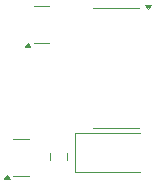
<source format=gbr>
%TF.GenerationSoftware,KiCad,Pcbnew,8.0.4*%
%TF.CreationDate,2025-01-11T15:27:39+03:00*%
%TF.ProjectId,IoT Project,496f5420-5072-46f6-9a65-63742e6b6963,rev?*%
%TF.SameCoordinates,Original*%
%TF.FileFunction,Legend,Bot*%
%TF.FilePolarity,Positive*%
%FSLAX46Y46*%
G04 Gerber Fmt 4.6, Leading zero omitted, Abs format (unit mm)*
G04 Created by KiCad (PCBNEW 8.0.4) date 2025-01-11 15:27:39*
%MOMM*%
%LPD*%
G01*
G04 APERTURE LIST*
%ADD10C,0.120000*%
G04 APERTURE END LIST*
D10*
%TO.C,U2*%
X140050000Y-64785000D02*
X142000000Y-64785000D01*
X140050000Y-74905000D02*
X142000000Y-74905000D01*
X143950000Y-64785000D02*
X142000000Y-64785000D01*
X143950000Y-74905000D02*
X142000000Y-74905000D01*
X144700000Y-64840000D02*
X144460000Y-64510000D01*
X144940000Y-64510000D01*
X144700000Y-64840000D01*
G36*
X144700000Y-64840000D02*
G01*
X144460000Y-64510000D01*
X144940000Y-64510000D01*
X144700000Y-64840000D01*
G37*
%TO.C,C3*%
X136365000Y-77611252D02*
X136365000Y-77088748D01*
X137835000Y-77611252D02*
X137835000Y-77088748D01*
%TO.C,Q1*%
X135012500Y-64640000D02*
X135662500Y-64640000D01*
X135012500Y-67760000D02*
X135662500Y-67760000D01*
X136312500Y-64640000D02*
X135662500Y-64640000D01*
X136312500Y-67760000D02*
X135662500Y-67760000D01*
X134740000Y-68040000D02*
X134260000Y-68040000D01*
X134500000Y-67710000D01*
X134740000Y-68040000D01*
G36*
X134740000Y-68040000D02*
G01*
X134260000Y-68040000D01*
X134500000Y-67710000D01*
X134740000Y-68040000D01*
G37*
%TO.C,Q2*%
X133287500Y-75840000D02*
X133937500Y-75840000D01*
X133287500Y-78960000D02*
X133937500Y-78960000D01*
X134587500Y-75840000D02*
X133937500Y-75840000D01*
X134587500Y-78960000D02*
X133937500Y-78960000D01*
X133015000Y-79240000D02*
X132535000Y-79240000D01*
X132775000Y-78910000D01*
X133015000Y-79240000D01*
G36*
X133015000Y-79240000D02*
G01*
X132535000Y-79240000D01*
X132775000Y-78910000D01*
X133015000Y-79240000D01*
G37*
%TO.C,D2*%
X138490000Y-75350000D02*
X138490000Y-78650000D01*
X144000000Y-75350000D02*
X138490000Y-75350000D01*
X144000000Y-78650000D02*
X138490000Y-78650000D01*
%TD*%
M02*

</source>
